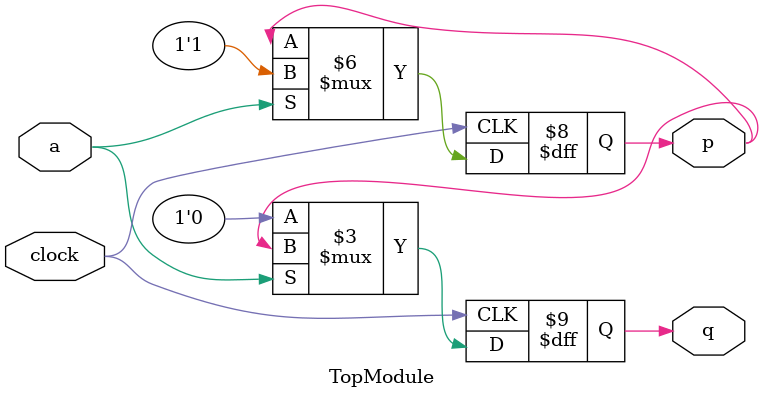
<source format=sv>

module TopModule (
  input clock,
  input a,
  output reg p,
  output reg q
);
always @(posedge clock) begin  
    if (a) begin 
        p <= 1'b1;  
        q <= p;
    end else begin
        q <= 1'b0;
    end
end

endmodule

</source>
